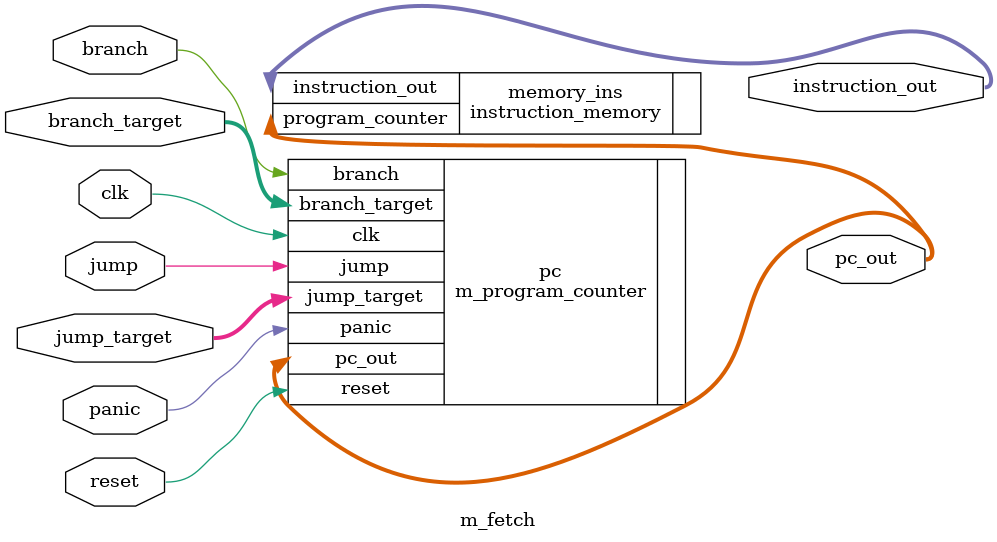
<source format=v>
module m_fetch(
    input          clk,
    input  [12:0]  branch_target, // Address to jump to
    input          branch,        // Branch control
    input  [31:0]  jump_target,
    input          jump,           // Jump control
    input          reset,
    input          panic, 
    output [31:0]  pc_out,                 // Current PC
    output [31:0] instruction_out         // Current PC
);

    m_program_counter pc(   .clk (clk),
                            .branch_target (branch_target),       // Dirección de PC desde fuera (por ejemplo, para saltos)
                            .branch (branch),
                            .jump_target(jump_target),
                            .jump (jump),   
                            .reset (reset),
                            .panic (panic),           // Señal para elegir si actualizar PC normal o salto
                            .pc_out (pc_out)
                            );

    instruction_memory memory_ins( .program_counter (pc_out),
                                    .instruction_out (instruction_out) );

endmodule

</source>
